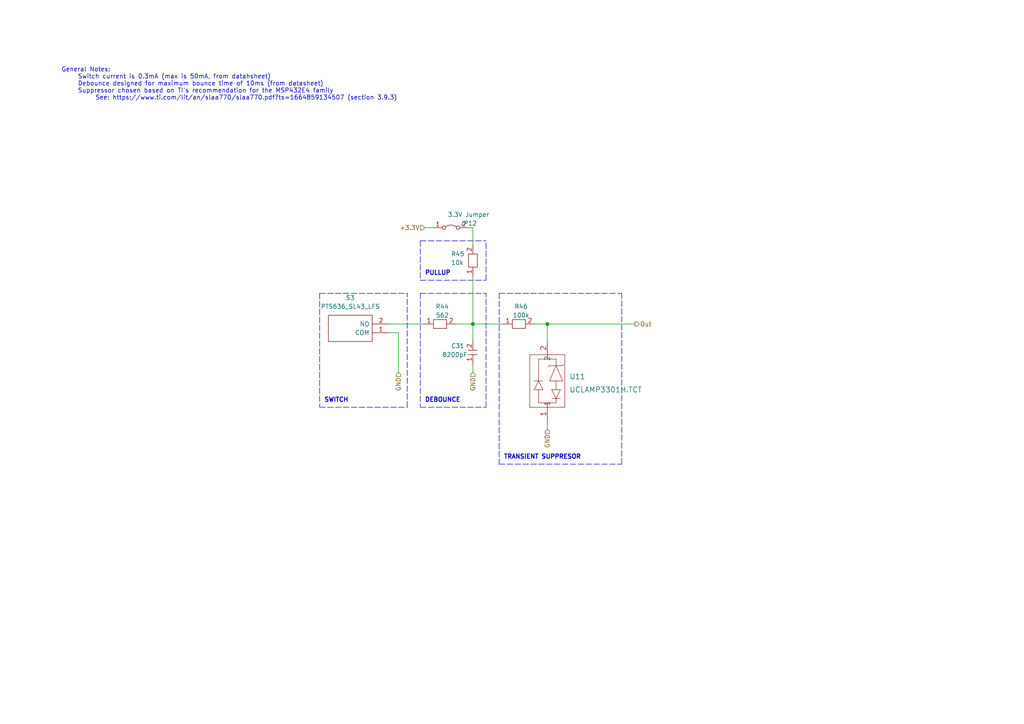
<source format=kicad_sch>
(kicad_sch (version 20211123) (generator eeschema)

  (uuid 5fef5fb9-74b2-466f-a428-8fdaeb99864e)

  (paper "A4")

  (title_block
    (title "Button_Subsystem")
    (rev "1")
    (company "The Great Gambit")
  )

  (lib_symbols
    (symbol "C1210C822K2RACAUTO:C1210C822K2RACAUTO" (pin_names (offset 0.762)) (in_bom yes) (on_board yes)
      (property "Reference" "C" (id 0) (at 8.89 6.35 0)
        (effects (font (size 1.27 1.27)) (justify left))
      )
      (property "Value" "C1210C822K2RACAUTO" (id 1) (at 8.89 3.81 0)
        (effects (font (size 1.27 1.27)) (justify left))
      )
      (property "Footprint" "C1210C822K2RACAUTO:CAPC3225X88N" (id 2) (at 8.89 1.27 0)
        (effects (font (size 1.27 1.27)) (justify left) hide)
      )
      (property "Datasheet" "https://content.kemet.com/datasheets/KEM_C1023_X7R_AUTO_SMD.pdf" (id 3) (at 8.89 -1.27 0)
        (effects (font (size 1.27 1.27)) (justify left) hide)
      )
      (property "Manufacturer's Part Number" "C1210C822K2RACAUTO" (id 4) (at 8.89 -16.51 0)
        (effects (font (size 1.27 1.27)) (justify left) hide)
      )
      (property "Digikey Part Number" "399-C1210C822K2RACAUTOCT-ND" (id 5) (at 8.89 -3.81 0)
        (effects (font (size 1.27 1.27)) (justify left) hide)
      )
      (property "Mouser Part Number" "80-C1210C822K2RAUTO" (id 6) (at 8.89 -8.89 0)
        (effects (font (size 1.27 1.27)) (justify left) hide)
      )
      (property "Digikey link" "https://www.digikey.com/en/products/detail/kemet/C1210C822K2RACAUTO/16524786?s=N4IgTCBcDaIMIEYwIAxwBxjAaTAJQEE4CBVAFQHkACEAXQF8g" (id 7) (at 8.89 -11.43 0)
        (effects (font (size 1.27 1.27)) (justify left) hide)
      )
      (property "Mouser link" "https://www.mouser.com/ProductDetail/KEMET/C1210C822K2RACAUTO?qs=sGAEpiMZZMukHu%252BjC5l7YfRfrXj%2FJXIdfvr9FKYreLc%3D" (id 8) (at 8.89 -13.97 0)
        (effects (font (size 1.27 1.27)) (justify left) hide)
      )
      (property "ki_description" "SMD Auto X7R, Ceramic, 8200 pF, 10%, 200 VDC, 500 VDC, 125C, -55C, X7R, SMD, MLCC, Temperature Stable, Automotive Grade, 2.5 % , 100 GOhms, 40 mg, 1210, 3.2mm, 2.5mm, 0.78mm, 0.5mm, 4000, 78  Weeks, 80" (id 9) (at 0 0 0)
        (effects (font (size 1.27 1.27)) hide)
      )
      (symbol "C1210C822K2RACAUTO_0_0"
        (pin passive line (at 0 0 0) (length 2.45)
          (name "~" (effects (font (size 1.27 1.27))))
          (number "1" (effects (font (size 1.27 1.27))))
        )
        (pin passive line (at 6.35 0 180) (length 2.45)
          (name "~" (effects (font (size 1.27 1.27))))
          (number "2" (effects (font (size 1.27 1.27))))
        )
      )
      (symbol "C1210C822K2RACAUTO_0_1"
        (polyline
          (pts
            (xy 2.54 1.27)
            (xy 2.54 -1.27)
          )
          (stroke (width 0.1524) (type default) (color 0 0 0 0))
          (fill (type none))
        )
        (polyline
          (pts
            (xy 3.81 1.27)
            (xy 3.81 -1.27)
          )
          (stroke (width 0.1524) (type default) (color 0 0 0 0))
          (fill (type none))
        )
      )
    )
    (symbol "CR0402-FX-5620GLF:CR0402-FX-5620GLF" (pin_names (offset 0.762)) (in_bom yes) (on_board yes)
      (property "Reference" "R" (id 0) (at 13.97 6.35 0)
        (effects (font (size 1.27 1.27)) (justify left))
      )
      (property "Value" "CR0402-FX-5620GLF" (id 1) (at 13.97 3.81 0)
        (effects (font (size 1.27 1.27)) (justify left))
      )
      (property "Footprint" "CR0402-FX-5620GLF:RESC1005X40N" (id 2) (at 13.97 1.27 0)
        (effects (font (size 1.27 1.27)) (justify left) hide)
      )
      (property "Datasheet" "https://componentsearchengine.com/Datasheets/1/CR0402-FX-5620GLF.pdf" (id 3) (at 13.97 -1.27 0)
        (effects (font (size 1.27 1.27)) (justify left) hide)
      )
      (property "Manufacturer's Part Number" "CR0402-FX-5620GLF" (id 4) (at 13.97 -16.51 0)
        (effects (font (size 1.27 1.27)) (justify left) hide)
      )
      (property "Digikey Part Number" "118-CR0402-FX-5620GLFCT-ND" (id 5) (at 13.97 -3.81 0)
        (effects (font (size 1.27 1.27)) (justify left) hide)
      )
      (property "Mouser Part Number" "652-CR0402FX-5620GLF" (id 6) (at 13.97 -8.89 0)
        (effects (font (size 1.27 1.27)) (justify left) hide)
      )
      (property "Digikey link" "https://www.digikey.com/en/products/detail/bourns-inc/CR0402-FX-5620GLF/3783429?s=N4IgTCBcDaIAQGEBKAGALCsBaAYgDSwFYA2MFAcQBkcQBdAXyA" (id 7) (at 13.97 -11.43 0)
        (effects (font (size 1.27 1.27)) (justify left) hide)
      )
      (property "Mouse link" "https://www.mouser.com/ProductDetail/Bourns/CR0402-FX-5620GLF?qs=sGAEpiMZZMtlubZbdhIBIDfFWzqdPB9%252B4rUQL12%252Bb9s%3D" (id 8) (at 13.97 -13.97 0)
        (effects (font (size 1.27 1.27)) (justify left) hide)
      )
      (property "ki_description" "Thick Film Resistors - SMD 562 OHM 1%" (id 9) (at 0 0 0)
        (effects (font (size 1.27 1.27)) hide)
      )
      (symbol "CR0402-FX-5620GLF_0_0"
        (pin passive line (at 0 0 0) (length 2.45)
          (name "~" (effects (font (size 1.27 1.27))))
          (number "1" (effects (font (size 1.27 1.27))))
        )
        (pin passive line (at 8.89 0 180) (length 2.45)
          (name "~" (effects (font (size 1.27 1.27))))
          (number "2" (effects (font (size 1.27 1.27))))
        )
      )
      (symbol "CR0402-FX-5620GLF_0_1"
        (polyline
          (pts
            (xy 2.54 1.27)
            (xy 6.35 1.27)
            (xy 6.35 -1.27)
            (xy 2.54 -1.27)
            (xy 2.54 1.27)
          )
          (stroke (width 0.1524) (type default) (color 0 0 0 0))
          (fill (type none))
        )
      )
    )
    (symbol "Jumper:Jumper_2_Bridged" (pin_names (offset 0) hide) (in_bom yes) (on_board yes)
      (property "Reference" "JP" (id 0) (at 0 1.905 0)
        (effects (font (size 1.27 1.27)))
      )
      (property "Value" "Jumper_2_Bridged" (id 1) (at 0 -2.54 0)
        (effects (font (size 1.27 1.27)))
      )
      (property "Footprint" "" (id 2) (at 0 0 0)
        (effects (font (size 1.27 1.27)) hide)
      )
      (property "Datasheet" "~" (id 3) (at 0 0 0)
        (effects (font (size 1.27 1.27)) hide)
      )
      (property "ki_keywords" "Jumper SPST" (id 4) (at 0 0 0)
        (effects (font (size 1.27 1.27)) hide)
      )
      (property "ki_description" "Jumper, 2-pole, closed/bridged" (id 5) (at 0 0 0)
        (effects (font (size 1.27 1.27)) hide)
      )
      (property "ki_fp_filters" "Jumper* TestPoint*2Pads* TestPoint*Bridge*" (id 6) (at 0 0 0)
        (effects (font (size 1.27 1.27)) hide)
      )
      (symbol "Jumper_2_Bridged_0_0"
        (circle (center -2.032 0) (radius 0.508)
          (stroke (width 0) (type default) (color 0 0 0 0))
          (fill (type none))
        )
        (circle (center 2.032 0) (radius 0.508)
          (stroke (width 0) (type default) (color 0 0 0 0))
          (fill (type none))
        )
      )
      (symbol "Jumper_2_Bridged_0_1"
        (arc (start 1.524 0.254) (mid 0 0.762) (end -1.524 0.254)
          (stroke (width 0) (type default) (color 0 0 0 0))
          (fill (type none))
        )
      )
      (symbol "Jumper_2_Bridged_1_1"
        (pin passive line (at -5.08 0 0) (length 2.54)
          (name "A" (effects (font (size 1.27 1.27))))
          (number "1" (effects (font (size 1.27 1.27))))
        )
        (pin passive line (at 5.08 0 180) (length 2.54)
          (name "B" (effects (font (size 1.27 1.27))))
          (number "2" (effects (font (size 1.27 1.27))))
        )
      )
    )
    (symbol "PTS636_SL43_LFS:PTS636_SL43_LFS" (pin_names (offset 0.762)) (in_bom yes) (on_board yes)
      (property "Reference" "S" (id 0) (at 19.05 7.62 0)
        (effects (font (size 1.27 1.27)) (justify left))
      )
      (property "Value" "PTS636_SL43_LFS" (id 1) (at 19.05 5.08 0)
        (effects (font (size 1.27 1.27)) (justify left))
      )
      (property "Footprint" "PTS636_SL43_LFS:PTS636SL43LFS" (id 2) (at 19.05 2.54 0)
        (effects (font (size 1.27 1.27)) (justify left) hide)
      )
      (property "Datasheet" "https://componentsearchengine.com/Datasheets/1/PTS636 SL43 LFS.pdf" (id 3) (at 19.05 0 0)
        (effects (font (size 1.27 1.27)) (justify left) hide)
      )
      (property "Manufacturer's Part Number" "PTS636 SL43 LFS" (id 4) (at 19.05 -15.24 0)
        (effects (font (size 1.27 1.27)) (justify left) hide)
      )
      (property "Digikey Part Number" "CKN12301-ND" (id 5) (at 19.05 -2.54 0)
        (effects (font (size 1.27 1.27)) (justify left) hide)
      )
      (property "Mouser Part Number" "611-PTS636SL43LFS" (id 6) (at 19.05 -7.62 0)
        (effects (font (size 1.27 1.27)) (justify left) hide)
      )
      (property "Digikey link" "https://www.digikey.com/en/products/detail/c-k/PTS636-SL43-LFS/10071714" (id 7) (at 19.05 -5.08 0)
        (effects (font (size 1.27 1.27)) (justify left) hide)
      )
      (property "Mouser link " "https://www.mouser.com/ProductDetail/CK/PTS636-SL43-LFS?qs=vLWxofP3U2xHB0Q2opWSaw%3D%3D" (id 8) (at 19.05 -10.16 0)
        (effects (font (size 1.27 1.27)) (justify left) hide)
      )
      (property "ki_description" "Tactile Switches Tact 50mA 12VDC, 6.0x3.5, 4.3mm H, 130gf, THT leads, Black Actuator" (id 9) (at 0 0 0)
        (effects (font (size 1.27 1.27)) hide)
      )
      (symbol "PTS636_SL43_LFS_0_0"
        (pin passive line (at 0 0 0) (length 5.08)
          (name "COM" (effects (font (size 1.27 1.27))))
          (number "1" (effects (font (size 1.27 1.27))))
        )
        (pin passive line (at 0 -2.54 0) (length 5.08)
          (name "NO" (effects (font (size 1.27 1.27))))
          (number "2" (effects (font (size 1.27 1.27))))
        )
      )
      (symbol "PTS636_SL43_LFS_0_1"
        (polyline
          (pts
            (xy 5.08 2.54)
            (xy 17.78 2.54)
            (xy 17.78 -5.08)
            (xy 5.08 -5.08)
            (xy 5.08 2.54)
          )
          (stroke (width 0.1524) (type default) (color 0 0 0 0))
          (fill (type none))
        )
      )
    )
    (symbol "RCV2512100KFKEGAT:RCV2512100KFKEGAT" (pin_names (offset 0.762)) (in_bom yes) (on_board yes)
      (property "Reference" "R" (id 0) (at 13.97 6.35 0)
        (effects (font (size 1.27 1.27)) (justify left))
      )
      (property "Value" "RCV2512100KFKEGAT" (id 1) (at 13.97 3.81 0)
        (effects (font (size 1.27 1.27)) (justify left))
      )
      (property "Footprint" "RCV2512100KFKEGAT:RESC6332X70N" (id 2) (at 13.97 1.27 0)
        (effects (font (size 1.27 1.27)) (justify left) hide)
      )
      (property "Datasheet" "https://www.vishay.com/docs/20082/rcvat-e3.pdf" (id 3) (at 13.97 -1.27 0)
        (effects (font (size 1.27 1.27)) (justify left) hide)
      )
      (property "Manufacturer's Part Number" "RCV2512100KFKEGAT" (id 4) (at 13.97 -16.51 0)
        (effects (font (size 1.27 1.27)) (justify left) hide)
      )
      (property "Digikey Part Number" "541-RCV2512100KFKEGATCT-ND" (id 5) (at 13.97 -3.81 0)
        (effects (font (size 1.27 1.27)) (justify left) hide)
      )
      (property "Mouser Part Number" "71-RCV2512100KFKEGAT" (id 6) (at 13.97 -8.89 0)
        (effects (font (size 1.27 1.27)) (justify left) hide)
      )
      (property "Digikey link" "https://www.digikey.com/en/products/detail/vishay-dale/RCV2512100KFKEGAT/13985179?s=N4IgTCBcDaIEoGEBqYCsBGM6AM2DSAYngKIDiAggCoAEIAugL5A" (id 7) (at 13.97 -13.97 0)
        (effects (font (size 1.27 1.27)) (justify left) hide)
      )
      (property "Mouser link" "https://www.mouser.com/ProductDetail/Vishay-Draloric/RCV2512100KFKEGAT?qs=sGAEpiMZZMtlubZbdhIBIOK8YY79HZuiqCZ6uF64pjM%3D" (id 8) (at 13.97 -11.43 0)
        (effects (font (size 1.27 1.27)) (justify left) hide)
      )
      (property "ki_description" "100 kOhms +/-1% 1W Chip Resistor 2512 (6432 Metric) Automotive AEC-Q200, High Voltage Thick Film" (id 9) (at 0 0 0)
        (effects (font (size 1.27 1.27)) hide)
      )
      (symbol "RCV2512100KFKEGAT_0_0"
        (pin passive line (at 0 0 0) (length 2.45)
          (name "~" (effects (font (size 1.27 1.27))))
          (number "1" (effects (font (size 1.27 1.27))))
        )
        (pin passive line (at 8.89 0 180) (length 2.45)
          (name "~" (effects (font (size 1.27 1.27))))
          (number "2" (effects (font (size 1.27 1.27))))
        )
      )
      (symbol "RCV2512100KFKEGAT_0_1"
        (polyline
          (pts
            (xy 2.54 1.27)
            (xy 6.35 1.27)
            (xy 6.35 -1.27)
            (xy 2.54 -1.27)
            (xy 2.54 1.27)
          )
          (stroke (width 0.1524) (type default) (color 0 0 0 0))
          (fill (type none))
        )
      )
    )
    (symbol "RMCF1206FT10K0:10k" (pin_names (offset 0.762)) (in_bom yes) (on_board yes)
      (property "Reference" "R" (id 0) (at 13.97 6.35 0)
        (effects (font (size 1.27 1.27)) (justify left))
      )
      (property "Value" "10k" (id 1) (at 13.97 3.81 0)
        (effects (font (size 1.27 1.27)) (justify left))
      )
      (property "Footprint" "RMCF1206FT10K0:RMCF1206FT10K0" (id 2) (at 13.97 1.27 0)
        (effects (font (size 1.27 1.27)) (justify left) hide)
      )
      (property "Datasheet" "https://www.seielect.com/catalog/sei-rmcf_rmcp.pdf" (id 3) (at 13.97 -1.27 0)
        (effects (font (size 1.27 1.27)) (justify left) hide)
      )
      (property "Manufacturer's Part Number" "RMCF1206FT10K0" (id 4) (at 13.97 -3.81 0)
        (effects (font (size 1.27 1.27)) (justify left) hide)
      )
      (property "Digikey Part Number" "RMCF1206FT10K0CT-ND" (id 5) (at 13.97 -6.35 0)
        (effects (font (size 1.27 1.27)) (justify left) hide)
      )
      (property "Mouser Part Number" "" (id 6) (at 13.97 -8.89 0)
        (effects (font (size 1.27 1.27)) (justify left) hide)
      )
      (property "Digikey link" "https://www.digikey.com/en/products/detail/stackpole-electronics-inc/RMCF1206FT10K0/1759669" (id 7) (at 13.97 -11.43 0)
        (effects (font (size 1.27 1.27)) (justify left) hide)
      )
      (property "Mouser link" "" (id 8) (at 13.97 -13.97 0)
        (effects (font (size 1.27 1.27)) (justify left) hide)
      )
      (property "ki_description" "Thick Film Resistors - SMD 0.35W 10Kohm .5% AEC-Q200" (id 9) (at 0 0 0)
        (effects (font (size 1.27 1.27)) hide)
      )
      (symbol "10k_0_0"
        (pin passive line (at 0 0 0) (length 2.45)
          (name "~" (effects (font (size 1.27 1.27))))
          (number "1" (effects (font (size 1.27 1.27))))
        )
        (pin passive line (at 8.89 0 180) (length 2.45)
          (name "~" (effects (font (size 1.27 1.27))))
          (number "2" (effects (font (size 1.27 1.27))))
        )
      )
      (symbol "10k_0_1"
        (polyline
          (pts
            (xy 2.54 1.27)
            (xy 6.35 1.27)
            (xy 6.35 -1.27)
            (xy 2.54 -1.27)
            (xy 2.54 1.27)
          )
          (stroke (width 0.1524) (type default) (color 0 0 0 0))
          (fill (type none))
        )
      )
    )
    (symbol "UCLAMP3301H-TCT:UCLAMP3301H.TCT" (pin_names (offset 0.254)) (in_bom yes) (on_board yes)
      (property "Reference" "U" (id 0) (at 20.32 10.16 0)
        (effects (font (size 1.524 1.524)))
      )
      (property "Value" "UCLAMP3301H.TCT" (id 1) (at 20.32 7.62 0)
        (effects (font (size 1.524 1.524)))
      )
      (property "Footprint" "UCLAMP3310H-TCT:UCLAMP3301H.TCT" (id 2) (at 22.86 15.24 0)
        (effects (font (size 1.524 1.524)) hide)
      )
      (property "Datasheet" "https://semtech.my.salesforce.com/sfc/p/#E0000000JelG/a/44000000MDWf/s0KJxyOHQyYOcvBXVBK9X3X8Cxj1gNltZ2vd2k1S0Wo" (id 3) (at 1.27 -8.89 0)
        (effects (font (size 1.524 1.524)) hide)
      )
      (property "Manufacturers Part Number" "UCLAMP3301H.TCT" (id 4) (at 3.81 13.97 0)
        (effects (font (size 1.27 1.27)) hide)
      )
      (property "Digikey Part Number" "UCLAMP3301HDKR-ND" (id 5) (at 2.54 11.43 0)
        (effects (font (size 1.27 1.27)) hide)
      )
      (property "Mouser Part Number" "" (id 6) (at 0 0 0)
        (effects (font (size 1.27 1.27)) hide)
      )
      (property "Digikey Link" "https://www.digikey.com/en/products/detail/semtech-corporation/UCLAMP3301H-TCT/1000952" (id 7) (at 1.27 -8.89 0)
        (effects (font (size 1.27 1.27)) hide)
      )
      (property "Mouser Link" "" (id 8) (at 0 0 0)
        (effects (font (size 1.27 1.27)) hide)
      )
      (property "ki_fp_filters" "SOD_01H.TCT_SEM SOD_01H.TCT_SEM-M SOD_01H.TCT_SEM-L" (id 9) (at 0 0 0)
        (effects (font (size 1.27 1.27)) hide)
      )
      (symbol "UCLAMP3301H.TCT_0_1"
        (polyline
          (pts
            (xy 12.7 0)
            (xy 13.97 0)
          )
          (stroke (width 0) (type default) (color 0 0 0 0))
          (fill (type none))
        )
        (polyline
          (pts
            (xy 13.97 -2.54)
            (xy 15.24 -2.54)
          )
          (stroke (width 0) (type default) (color 0 0 0 0))
          (fill (type none))
        )
        (polyline
          (pts
            (xy 27.94 0)
            (xy 26.67 0)
          )
          (stroke (width 0) (type default) (color 0 0 0 0))
          (fill (type none))
        )
      )
      (symbol "UCLAMP3301H.TCT_1_1"
        (polyline
          (pts
            (xy 12.7 -5.08)
            (xy 27.94 -5.08)
          )
          (stroke (width 0.127) (type default) (color 0 0 0 0))
          (fill (type none))
        )
        (polyline
          (pts
            (xy 12.7 5.08)
            (xy 12.7 -5.08)
          )
          (stroke (width 0.127) (type default) (color 0 0 0 0))
          (fill (type none))
        )
        (polyline
          (pts
            (xy 13.97 0)
            (xy 13.97 -2.54)
          )
          (stroke (width 0.127) (type default) (color 0 0 0 0))
          (fill (type none))
        )
        (polyline
          (pts
            (xy 13.97 0)
            (xy 13.97 2.54)
          )
          (stroke (width 0.127) (type default) (color 0 0 0 0))
          (fill (type none))
        )
        (polyline
          (pts
            (xy 13.97 2.54)
            (xy 17.78 2.54)
          )
          (stroke (width 0.127) (type default) (color 0 0 0 0))
          (fill (type none))
        )
        (polyline
          (pts
            (xy 15.24 -2.54)
            (xy 15.24 -3.81)
          )
          (stroke (width 0.127) (type default) (color 0 0 0 0))
          (fill (type none))
        )
        (polyline
          (pts
            (xy 15.24 -2.54)
            (xy 15.24 -1.27)
          )
          (stroke (width 0.127) (type default) (color 0 0 0 0))
          (fill (type none))
        )
        (polyline
          (pts
            (xy 15.24 -2.54)
            (xy 17.78 -1.27)
          )
          (stroke (width 0.127) (type default) (color 0 0 0 0))
          (fill (type none))
        )
        (polyline
          (pts
            (xy 17.78 -3.81)
            (xy 15.24 -2.54)
          )
          (stroke (width 0.127) (type default) (color 0 0 0 0))
          (fill (type none))
        )
        (polyline
          (pts
            (xy 17.78 -2.54)
            (xy 20.32 -2.54)
          )
          (stroke (width 0.127) (type default) (color 0 0 0 0))
          (fill (type none))
        )
        (polyline
          (pts
            (xy 17.78 -1.27)
            (xy 17.78 -3.81)
          )
          (stroke (width 0.127) (type default) (color 0 0 0 0))
          (fill (type none))
        )
        (polyline
          (pts
            (xy 17.78 1.27)
            (xy 20.32 2.54)
          )
          (stroke (width 0.127) (type default) (color 0 0 0 0))
          (fill (type none))
        )
        (polyline
          (pts
            (xy 17.78 2.54)
            (xy 17.78 1.27)
          )
          (stroke (width 0.127) (type default) (color 0 0 0 0))
          (fill (type none))
        )
        (polyline
          (pts
            (xy 17.78 2.54)
            (xy 17.78 3.81)
          )
          (stroke (width 0.127) (type default) (color 0 0 0 0))
          (fill (type none))
        )
        (polyline
          (pts
            (xy 17.78 3.81)
            (xy 20.32 2.54)
          )
          (stroke (width 0.127) (type default) (color 0 0 0 0))
          (fill (type none))
        )
        (polyline
          (pts
            (xy 20.32 -4.445)
            (xy 24.765 -2.54)
          )
          (stroke (width 0.127) (type default) (color 0 0 0 0))
          (fill (type none))
        )
        (polyline
          (pts
            (xy 20.32 -2.54)
            (xy 20.32 -4.445)
          )
          (stroke (width 0.127) (type default) (color 0 0 0 0))
          (fill (type none))
        )
        (polyline
          (pts
            (xy 20.32 -2.54)
            (xy 20.32 -0.635)
          )
          (stroke (width 0.127) (type default) (color 0 0 0 0))
          (fill (type none))
        )
        (polyline
          (pts
            (xy 20.32 -0.635)
            (xy 24.765 -2.54)
          )
          (stroke (width 0.127) (type default) (color 0 0 0 0))
          (fill (type none))
        )
        (polyline
          (pts
            (xy 20.32 2.54)
            (xy 20.32 1.27)
          )
          (stroke (width 0.127) (type default) (color 0 0 0 0))
          (fill (type none))
        )
        (polyline
          (pts
            (xy 20.32 2.54)
            (xy 20.32 3.81)
          )
          (stroke (width 0.127) (type default) (color 0 0 0 0))
          (fill (type none))
        )
        (polyline
          (pts
            (xy 20.32 2.54)
            (xy 22.86 2.54)
          )
          (stroke (width 0.127) (type default) (color 0 0 0 0))
          (fill (type none))
        )
        (polyline
          (pts
            (xy 24.765 -4.445)
            (xy 24.765 -0.635)
          )
          (stroke (width 0.127) (type default) (color 0 0 0 0))
          (fill (type none))
        )
        (polyline
          (pts
            (xy 24.765 -4.445)
            (xy 25.146 -4.826)
          )
          (stroke (width 0.127) (type default) (color 0 0 0 0))
          (fill (type none))
        )
        (polyline
          (pts
            (xy 24.765 -2.54)
            (xy 26.67 -2.54)
          )
          (stroke (width 0.127) (type default) (color 0 0 0 0))
          (fill (type none))
        )
        (polyline
          (pts
            (xy 24.765 -0.635)
            (xy 24.384 -0.254)
          )
          (stroke (width 0.127) (type default) (color 0 0 0 0))
          (fill (type none))
        )
        (polyline
          (pts
            (xy 26.67 0)
            (xy 26.67 -2.54)
          )
          (stroke (width 0.127) (type default) (color 0 0 0 0))
          (fill (type none))
        )
        (polyline
          (pts
            (xy 26.67 0)
            (xy 26.67 2.54)
          )
          (stroke (width 0.127) (type default) (color 0 0 0 0))
          (fill (type none))
        )
        (polyline
          (pts
            (xy 26.67 2.54)
            (xy 22.86 2.54)
          )
          (stroke (width 0.127) (type default) (color 0 0 0 0))
          (fill (type none))
        )
        (polyline
          (pts
            (xy 27.94 -5.08)
            (xy 27.94 5.08)
          )
          (stroke (width 0.127) (type default) (color 0 0 0 0))
          (fill (type none))
        )
        (polyline
          (pts
            (xy 27.94 5.08)
            (xy 12.7 5.08)
          )
          (stroke (width 0.127) (type default) (color 0 0 0 0))
          (fill (type none))
        )
        (pin passive line (at 8.89 0 0) (length 3.8)
          (name "1" (effects (font (size 1.4986 1.4986))))
          (number "1" (effects (font (size 1.4986 1.4986))))
        )
        (pin passive line (at 31.75 0 180) (length 3.8)
          (name "2" (effects (font (size 1.4986 1.4986))))
          (number "2" (effects (font (size 1.4986 1.4986))))
        )
      )
    )
  )

  (junction (at 158.75 93.98) (diameter 0) (color 0 0 0 0)
    (uuid 1c621110-ef45-46d3-8a68-02c5f33d6ec6)
  )
  (junction (at 137.16 93.98) (diameter 0) (color 0 0 0 0)
    (uuid 3786badf-b4c8-4369-bd5c-2ba2a16e2406)
  )

  (polyline (pts (xy 118.11 118.11) (xy 118.11 85.09))
    (stroke (width 0) (type default) (color 0 0 0 0))
    (uuid 02c687f9-27eb-48b2-8f55-2ff94094781e)
  )
  (polyline (pts (xy 140.97 118.11) (xy 140.97 85.09))
    (stroke (width 0) (type default) (color 0 0 0 0))
    (uuid 0c8c69a8-be16-4763-aef6-43416d3f5a94)
  )
  (polyline (pts (xy 121.92 85.09) (xy 121.92 118.11))
    (stroke (width 0) (type default) (color 0 0 0 0))
    (uuid 1263ec14-0e1d-4f54-ab45-4f695b3db5d5)
  )
  (polyline (pts (xy 121.92 81.28) (xy 140.97 81.28))
    (stroke (width 0) (type default) (color 0 0 0 0))
    (uuid 1a5f5ed5-63dd-4bae-add9-8b9210fd47da)
  )
  (polyline (pts (xy 180.34 134.62) (xy 180.34 85.09))
    (stroke (width 0) (type default) (color 0 0 0 0))
    (uuid 1b635859-c1da-4304-96a2-3daa6217cf70)
  )
  (polyline (pts (xy 92.71 85.09) (xy 118.11 85.09))
    (stroke (width 0) (type default) (color 0 0 0 0))
    (uuid 2d20bb5a-3682-4368-85f0-c50c95dc1995)
  )

  (wire (pts (xy 158.75 93.98) (xy 184.15 93.98))
    (stroke (width 0) (type default) (color 0 0 0 0))
    (uuid 304e3ed6-037b-4b4c-bd1b-0ab12ff651b3)
  )
  (wire (pts (xy 113.03 96.52) (xy 115.57 96.52))
    (stroke (width 0) (type default) (color 0 0 0 0))
    (uuid 3c2c2456-92de-41b4-8eac-f762f5e92283)
  )
  (wire (pts (xy 158.75 93.98) (xy 158.75 99.06))
    (stroke (width 0) (type default) (color 0 0 0 0))
    (uuid 3da894e5-c606-4c60-9450-6c8cef09a64d)
  )
  (polyline (pts (xy 121.92 69.85) (xy 140.97 69.85))
    (stroke (width 0) (type default) (color 0 0 0 0))
    (uuid 4dc7a204-e6c4-4f63-ae72-cc9fda462316)
  )

  (wire (pts (xy 137.16 93.98) (xy 137.16 99.06))
    (stroke (width 0) (type default) (color 0 0 0 0))
    (uuid 5e4683c0-5a05-459a-9455-279870e3b025)
  )
  (polyline (pts (xy 144.78 134.62) (xy 180.34 134.62))
    (stroke (width 0) (type default) (color 0 0 0 0))
    (uuid 6049f407-03b8-4f92-b7b1-8e1ba8b5b7a6)
  )
  (polyline (pts (xy 92.71 85.09) (xy 92.71 118.11))
    (stroke (width 0) (type default) (color 0 0 0 0))
    (uuid 6334488e-2f8d-48bf-a1e6-79d685fa30ca)
  )

  (wire (pts (xy 132.08 93.98) (xy 137.16 93.98))
    (stroke (width 0) (type default) (color 0 0 0 0))
    (uuid 6f70e471-ae29-4a13-8a79-57f1d1d64bbd)
  )
  (wire (pts (xy 137.16 66.04) (xy 137.16 71.12))
    (stroke (width 0) (type default) (color 0 0 0 0))
    (uuid 704a3688-12d0-4d86-91f5-661ce9b5ab3f)
  )
  (wire (pts (xy 137.16 93.98) (xy 146.05 93.98))
    (stroke (width 0) (type default) (color 0 0 0 0))
    (uuid 71828d20-acc0-43bc-8fdf-fb79383e34d3)
  )
  (polyline (pts (xy 140.97 81.28) (xy 140.97 69.85))
    (stroke (width 0) (type default) (color 0 0 0 0))
    (uuid 7978df7c-a2ed-4793-b97d-16e1ebb95be3)
  )

  (wire (pts (xy 115.57 96.52) (xy 115.57 107.95))
    (stroke (width 0) (type default) (color 0 0 0 0))
    (uuid 837bd7bc-face-4ccf-8fd2-5ee21c04a61a)
  )
  (polyline (pts (xy 121.92 85.09) (xy 140.97 85.09))
    (stroke (width 0) (type default) (color 0 0 0 0))
    (uuid 92f133cd-0535-4236-a906-7bb0e7769858)
  )
  (polyline (pts (xy 121.92 118.11) (xy 140.97 118.11))
    (stroke (width 0) (type default) (color 0 0 0 0))
    (uuid 99a5e6f5-6713-413e-9ca6-7afa9de9c6ca)
  )

  (wire (pts (xy 113.03 93.98) (xy 123.19 93.98))
    (stroke (width 0) (type default) (color 0 0 0 0))
    (uuid a02cb6fb-7100-4549-b25f-83b26471b8cc)
  )
  (wire (pts (xy 137.16 105.41) (xy 137.16 107.95))
    (stroke (width 0) (type default) (color 0 0 0 0))
    (uuid b350551b-1d46-4ddf-a6ab-fec659bbfa91)
  )
  (wire (pts (xy 158.75 121.92) (xy 158.75 124.46))
    (stroke (width 0) (type default) (color 0 0 0 0))
    (uuid b5c411fd-7da0-4449-831f-60770aed78a8)
  )
  (polyline (pts (xy 92.71 118.11) (xy 118.11 118.11))
    (stroke (width 0) (type default) (color 0 0 0 0))
    (uuid c953cd45-81b5-4fc1-b68a-c3faad545113)
  )
  (polyline (pts (xy 121.92 69.85) (xy 121.92 81.28))
    (stroke (width 0) (type default) (color 0 0 0 0))
    (uuid dda84be7-44ac-4797-b53f-3c0d87613264)
  )

  (wire (pts (xy 137.16 80.01) (xy 137.16 93.98))
    (stroke (width 0) (type default) (color 0 0 0 0))
    (uuid de275c87-afad-40fd-8e6e-55b162fe2f26)
  )
  (wire (pts (xy 123.19 66.04) (xy 125.73 66.04))
    (stroke (width 0) (type default) (color 0 0 0 0))
    (uuid e177ed2f-7884-4a63-93e8-5d4badeca416)
  )
  (polyline (pts (xy 144.78 85.09) (xy 180.34 85.09))
    (stroke (width 0) (type default) (color 0 0 0 0))
    (uuid f1ca756f-a190-4240-a792-138862b3d7ad)
  )

  (wire (pts (xy 135.89 66.04) (xy 137.16 66.04))
    (stroke (width 0) (type default) (color 0 0 0 0))
    (uuid f3cf3d39-765d-4b54-8346-5a93797781ea)
  )
  (polyline (pts (xy 144.78 85.09) (xy 144.78 134.62))
    (stroke (width 0) (type default) (color 0 0 0 0))
    (uuid fb158b20-42d9-4334-af72-e0a239949d25)
  )

  (wire (pts (xy 154.94 93.98) (xy 158.75 93.98))
    (stroke (width 0) (type default) (color 0 0 0 0))
    (uuid fbfa6e1d-b974-433e-8ad4-84fd30f5b69f)
  )

  (text "TRANSIENT SUPPRESOR" (at 146.05 133.35 0)
    (effects (font (size 1.27 1.27) bold) (justify left bottom))
    (uuid a4ea357a-cbba-4389-8339-e98dbb61cb20)
  )
  (text "DEBOUNCE" (at 123.19 116.84 0)
    (effects (font (size 1.27 1.27) bold) (justify left bottom))
    (uuid bc495dbc-e746-485e-84d0-0ab1df71ab4c)
  )
  (text "General Notes:\n	Switch current is 0.3mA (max is 50mA, from datahsheet)\n	Debounce designed for maximum bounce time of 10ms (from datasheet)\n	Suppressor chosen based on TI's recommendation for the MSP432E4 family \n		See: https://www.ti.com/lit/an/slaa770/slaa770.pdf?ts=1664859134507 (section 3.9.3)"
    (at 17.78 29.21 0)
    (effects (font (size 1.27 1.27)) (justify left bottom))
    (uuid c507ea32-cdf5-4f73-94b6-568456a601e6)
  )
  (text "SWITCH" (at 93.98 116.84 0)
    (effects (font (size 1.27 1.27) (thickness 0.254) bold) (justify left bottom))
    (uuid c6e3c87c-9743-4e1b-a949-6a488f54b2f2)
  )
  (text "PULLUP" (at 123.19 80.01 0)
    (effects (font (size 1.27 1.27) bold) (justify left bottom))
    (uuid d380509c-e64b-4eb5-9eef-6e3d5a0c1c3e)
  )

  (hierarchical_label "GND" (shape input) (at 137.16 107.95 270)
    (effects (font (size 1.27 1.27)) (justify right))
    (uuid 480bb221-52f5-4059-8a63-db2299d12b57)
  )
  (hierarchical_label "GND" (shape input) (at 115.57 107.95 270)
    (effects (font (size 1.27 1.27)) (justify right))
    (uuid 4dee9f05-f972-4e97-8fc2-a9c58f75f104)
  )
  (hierarchical_label "GND" (shape input) (at 158.75 124.46 270)
    (effects (font (size 1.27 1.27)) (justify right))
    (uuid 8760c6dc-c32c-4a74-9795-47aaf925efa3)
  )
  (hierarchical_label "Out" (shape output) (at 184.15 93.98 0)
    (effects (font (size 1.27 1.27)) (justify left))
    (uuid d2bbf7db-686d-4daa-96fc-31713929d190)
  )
  (hierarchical_label "+3.3V" (shape input) (at 123.19 66.04 180)
    (effects (font (size 1.27 1.27)) (justify right))
    (uuid f90ebadc-7239-4157-bc24-53e22dbb7c54)
  )

  (symbol (lib_id "RMCF1206FT10K0:10k") (at 137.16 80.01 90) (unit 1)
    (in_bom yes) (on_board yes)
    (uuid 07cf1742-a18d-4644-9513-4e24a856a697)
    (property "Reference" "R45" (id 0) (at 130.81 73.66 90)
      (effects (font (size 1.27 1.27)) (justify right))
    )
    (property "Value" "10k" (id 1) (at 130.81 76.2 90)
      (effects (font (size 1.27 1.27)) (justify right))
    )
    (property "Footprint" "RMCF1206FT10K0:RMCF1206FT10K0" (id 2) (at 135.89 66.04 0)
      (effects (font (size 1.27 1.27)) (justify left) hide)
    )
    (property "Datasheet" "https://www.seielect.com/catalog/sei-rmcf_rmcp.pdf" (id 3) (at 138.43 66.04 0)
      (effects (font (size 1.27 1.27)) (justify left) hide)
    )
    (property "Manufacturer's Part Number" "RMCF1206FT10K0" (id 4) (at 140.97 66.04 0)
      (effects (font (size 1.27 1.27)) (justify left) hide)
    )
    (property "Digikey Part Number" "RMCF1206FT10K0CT-ND" (id 5) (at 143.51 66.04 0)
      (effects (font (size 1.27 1.27)) (justify left) hide)
    )
    (property "Mouser Part Number" "" (id 6) (at 146.05 66.04 0)
      (effects (font (size 1.27 1.27)) (justify left) hide)
    )
    (property "Digikey link" "https://www.digikey.com/en/products/detail/stackpole-electronics-inc/RMCF1206FT10K0/1759669" (id 7) (at 148.59 66.04 0)
      (effects (font (size 1.27 1.27)) (justify left) hide)
    )
    (property "Mouser link" "" (id 8) (at 151.13 66.04 0)
      (effects (font (size 1.27 1.27)) (justify left) hide)
    )
    (pin "1" (uuid 3d6dabd0-820e-4c62-9ec4-ae448bee325b))
    (pin "2" (uuid 7bf3a533-95cd-4383-b21a-684ecea0590e))
  )

  (symbol (lib_id "Jumper:Jumper_2_Bridged") (at 130.81 66.04 0) (unit 1)
    (in_bom yes) (on_board yes)
    (uuid 137345bd-81a9-4a2e-a3fc-2574301d2752)
    (property "Reference" "JP12" (id 0) (at 135.89 64.77 0))
    (property "Value" "3.3V Jumper" (id 1) (at 135.89 62.23 0))
    (property "Footprint" "TestPoint:TestPoint_2Pads_Pitch2.54mm_Drill0.8mm" (id 2) (at 130.81 66.04 0)
      (effects (font (size 1.27 1.27)) hide)
    )
    (property "Datasheet" "~" (id 3) (at 130.81 66.04 0)
      (effects (font (size 1.27 1.27)) hide)
    )
    (property "Manufacturers Part Number" "PH1-02-UA" (id 4) (at 130.81 66.04 0)
      (effects (font (size 1.27 1.27)) hide)
    )
    (property "Digikey Part Number" "2057-PH1-02-UA-ND" (id 5) (at 130.81 66.04 0)
      (effects (font (size 1.27 1.27)) hide)
    )
    (property "Mouser Part Number" "" (id 6) (at 130.81 66.04 0)
      (effects (font (size 1.27 1.27)) hide)
    )
    (property "Digikey Link" "https://www.digikey.com/en/products/detail/adam-tech/PH1-02-UA/9830266" (id 7) (at 130.81 66.04 0)
      (effects (font (size 1.27 1.27)) hide)
    )
    (property "Mouser Link" "" (id 8) (at 130.81 66.04 0)
      (effects (font (size 1.27 1.27)) hide)
    )
    (pin "1" (uuid 8f06905d-c385-4bad-a53a-fb5869a1bda5))
    (pin "2" (uuid 4a7c4b23-481a-4455-9247-027eb13df438))
  )

  (symbol (lib_id "CR0402-FX-5620GLF:CR0402-FX-5620GLF") (at 123.19 93.98 0) (unit 1)
    (in_bom yes) (on_board yes)
    (uuid 6b3ec6fb-fd9e-4433-aa55-116be4dc074c)
    (property "Reference" "R44" (id 0) (at 128.27 88.9 0))
    (property "Value" "562" (id 1) (at 128.27 91.44 0))
    (property "Footprint" "CR0402-FX-5620GLF:RESC1005X40N" (id 2) (at 137.16 92.71 0)
      (effects (font (size 1.27 1.27)) (justify left) hide)
    )
    (property "Datasheet" "https://componentsearchengine.com/Datasheets/1/CR0402-FX-5620GLF.pdf" (id 3) (at 137.16 95.25 0)
      (effects (font (size 1.27 1.27)) (justify left) hide)
    )
    (property "Manufacturer's Part Number" "CR0402-FX-5620GLF" (id 4) (at 137.16 110.49 0)
      (effects (font (size 1.27 1.27)) (justify left) hide)
    )
    (property "Digikey Part Number" "118-CR0402-FX-5620GLFCT-ND" (id 5) (at 137.16 97.79 0)
      (effects (font (size 1.27 1.27)) (justify left) hide)
    )
    (property "Mouser Part Number" "652-CR0402FX-5620GLF" (id 6) (at 137.16 102.87 0)
      (effects (font (size 1.27 1.27)) (justify left) hide)
    )
    (property "Digikey link" "https://www.digikey.com/en/products/detail/bourns-inc/CR0402-FX-5620GLF/3783429?s=N4IgTCBcDaIAQGEBKAGALCsBaAYgDSwFYA2MFAcQBkcQBdAXyA" (id 7) (at 137.16 105.41 0)
      (effects (font (size 1.27 1.27)) (justify left) hide)
    )
    (property "Mouse link" "https://www.mouser.com/ProductDetail/Bourns/CR0402-FX-5620GLF?qs=sGAEpiMZZMtlubZbdhIBIDfFWzqdPB9%252B4rUQL12%252Bb9s%3D" (id 8) (at 137.16 107.95 0)
      (effects (font (size 1.27 1.27)) (justify left) hide)
    )
    (pin "1" (uuid 4800c54d-94b3-4c72-b038-75bbcabce3ff))
    (pin "2" (uuid 46407207-b394-498e-9017-056984280540))
  )

  (symbol (lib_id "UCLAMP3301H-TCT:UCLAMP3301H.TCT") (at 158.75 130.81 90) (unit 1)
    (in_bom yes) (on_board yes) (fields_autoplaced)
    (uuid 7bcaadce-5135-4049-91dd-ee14e4fd4f78)
    (property "Reference" "U11" (id 0) (at 165.1 109.22 90)
      (effects (font (size 1.524 1.524)) (justify right))
    )
    (property "Value" "UCLAMP3301H.TCT" (id 1) (at 165.1 113.03 90)
      (effects (font (size 1.524 1.524)) (justify right))
    )
    (property "Footprint" "UCLAMP3310H-TCT:UCLAMP3301H.TCT" (id 2) (at 152.654 110.49 0)
      (effects (font (size 1.524 1.524)) hide)
    )
    (property "Datasheet" "https://semtech.my.salesforce.com/sfc/p/#E0000000JelG/a/44000000MDWf/s0KJxyOHQyYOcvBXVBK9X3X8Cxj1gNltZ2vd2k1S0Wo" (id 3) (at 158.75 130.81 0)
      (effects (font (size 1.524 1.524)) hide)
    )
    (property "Manufacturers Part Number" "UCLAMP3301H.TCT" (id 4) (at 158.75 130.81 0)
      (effects (font (size 1.27 1.27)) hide)
    )
    (property "Digikey Part Number" "UCLAMP3301HDKR-ND" (id 5) (at 158.75 130.81 0)
      (effects (font (size 1.27 1.27)) hide)
    )
    (property "Mouser Part Number" "" (id 6) (at 158.75 130.81 0)
      (effects (font (size 1.27 1.27)) hide)
    )
    (property "Digikey Link" "https://www.digikey.com/en/products/detail/semtech-corporation/UCLAMP3301H-TCT/1000952" (id 7) (at 158.75 130.81 0)
      (effects (font (size 1.27 1.27)) hide)
    )
    (property "Mouser Link" "" (id 8) (at 158.75 130.81 0)
      (effects (font (size 1.27 1.27)) hide)
    )
    (pin "1" (uuid 8f886fd2-5be6-49e1-ab0e-2b7022ccedb1))
    (pin "2" (uuid c2503010-82c1-47c3-9849-5863981da178))
  )

  (symbol (lib_id "RCV2512100KFKEGAT:RCV2512100KFKEGAT") (at 146.05 93.98 0) (unit 1)
    (in_bom yes) (on_board yes)
    (uuid 919d8e91-e341-498e-8f56-e6c8d548c608)
    (property "Reference" "R46" (id 0) (at 151.13 88.9 0))
    (property "Value" "100k" (id 1) (at 151.13 91.44 0))
    (property "Footprint" "RCV2512100KFKEGAT:RESC6332X70N" (id 2) (at 160.02 92.71 0)
      (effects (font (size 1.27 1.27)) (justify left) hide)
    )
    (property "Datasheet" "https://www.vishay.com/docs/20082/rcvat-e3.pdf" (id 3) (at 160.02 95.25 0)
      (effects (font (size 1.27 1.27)) (justify left) hide)
    )
    (property "Manufacturer's Part Number" "RCV2512100KFKEGAT" (id 4) (at 160.02 110.49 0)
      (effects (font (size 1.27 1.27)) (justify left) hide)
    )
    (property "Digikey Part Number" "541-RCV2512100KFKEGATCT-ND" (id 5) (at 160.02 97.79 0)
      (effects (font (size 1.27 1.27)) (justify left) hide)
    )
    (property "Mouser Part Number" "71-RCV2512100KFKEGAT" (id 6) (at 160.02 102.87 0)
      (effects (font (size 1.27 1.27)) (justify left) hide)
    )
    (property "Digikey link" "https://www.digikey.com/en/products/detail/vishay-dale/RCV2512100KFKEGAT/13985179?s=N4IgTCBcDaIEoGEBqYCsBGM6AM2DSAYngKIDiAggCoAEIAugL5A" (id 7) (at 160.02 107.95 0)
      (effects (font (size 1.27 1.27)) (justify left) hide)
    )
    (property "Mouser link" "https://www.mouser.com/ProductDetail/Vishay-Draloric/RCV2512100KFKEGAT?qs=sGAEpiMZZMtlubZbdhIBIOK8YY79HZuiqCZ6uF64pjM%3D" (id 8) (at 160.02 105.41 0)
      (effects (font (size 1.27 1.27)) (justify left) hide)
    )
    (pin "1" (uuid 18100c40-85ad-4ed8-8855-ade62e0c7e27))
    (pin "2" (uuid 8aa112e6-ba17-41c2-a407-27b3de409ed1))
  )

  (symbol (lib_id "PTS636_SL43_LFS:PTS636_SL43_LFS") (at 113.03 96.52 180) (unit 1)
    (in_bom yes) (on_board yes) (fields_autoplaced)
    (uuid d2e57dfb-9ae6-417c-8ffb-14370f178314)
    (property "Reference" "S3" (id 0) (at 101.6 86.36 0))
    (property "Value" "PTS636_SL43_LFS" (id 1) (at 101.6 88.9 0))
    (property "Footprint" "PTS636_SL43_LFS:PTS636SL43LFS" (id 2) (at 93.98 99.06 0)
      (effects (font (size 1.27 1.27)) (justify left) hide)
    )
    (property "Datasheet" "https://componentsearchengine.com/Datasheets/1/PTS636 SL43 LFS.pdf" (id 3) (at 93.98 96.52 0)
      (effects (font (size 1.27 1.27)) (justify left) hide)
    )
    (property "Manufacturer's Part Number" "PTS636 SL43 LFS" (id 4) (at 93.98 81.28 0)
      (effects (font (size 1.27 1.27)) (justify left) hide)
    )
    (property "Digikey Part Number" "CKN12301-ND" (id 5) (at 93.98 93.98 0)
      (effects (font (size 1.27 1.27)) (justify left) hide)
    )
    (property "Mouser Part Number" "611-PTS636SL43LFS" (id 6) (at 93.98 88.9 0)
      (effects (font (size 1.27 1.27)) (justify left) hide)
    )
    (property "Digikey link" "https://www.digikey.com/en/products/detail/c-k/PTS636-SL43-LFS/10071714" (id 7) (at 93.98 91.44 0)
      (effects (font (size 1.27 1.27)) (justify left) hide)
    )
    (property "Mouser link" "https://www.mouser.com/ProductDetail/CK/PTS636-SL43-LFS?qs=vLWxofP3U2xHB0Q2opWSaw%3D%3D" (id 8) (at 93.98 86.36 0)
      (effects (font (size 1.27 1.27)) (justify left) hide)
    )
    (property "Mouser link " "https://www.mouser.com/ProductDetail/CK/PTS636-SL43-LFS?qs=vLWxofP3U2xHB0Q2opWSaw%3D%3D" (id 9) (at 93.98 86.36 0)
      (effects (font (size 1.27 1.27)) (justify left) hide)
    )
    (pin "1" (uuid ef8299e6-8f4c-4f11-800b-0cecb6d02f34))
    (pin "2" (uuid eca886a2-f283-401c-8018-1a2ce0486af9))
  )

  (symbol (lib_id "C1210C822K2RACAUTO:C1210C822K2RACAUTO") (at 137.16 105.41 90) (unit 1)
    (in_bom yes) (on_board yes)
    (uuid dacea4e0-ab7c-47cb-9631-5df18e672960)
    (property "Reference" "C31" (id 0) (at 130.81 100.33 90)
      (effects (font (size 1.27 1.27)) (justify right))
    )
    (property "Value" "8200pF" (id 1) (at 128.27 102.87 90)
      (effects (font (size 1.27 1.27)) (justify right))
    )
    (property "Footprint" "C1210C822K2RACAUTO:CAPC3225X88N" (id 2) (at 135.89 96.52 0)
      (effects (font (size 1.27 1.27)) (justify left) hide)
    )
    (property "Datasheet" "https://content.kemet.com/datasheets/KEM_C1023_X7R_AUTO_SMD.pdf" (id 3) (at 138.43 96.52 0)
      (effects (font (size 1.27 1.27)) (justify left) hide)
    )
    (property "Manufacturer's Part Number" "C1210C822K2RACAUTO" (id 4) (at 153.67 96.52 0)
      (effects (font (size 1.27 1.27)) (justify left) hide)
    )
    (property "Digikey Part Number" "399-C1210C822K2RACAUTOCT-ND" (id 5) (at 140.97 96.52 0)
      (effects (font (size 1.27 1.27)) (justify left) hide)
    )
    (property "Mouser Part Number" "80-C1210C822K2RAUTO" (id 6) (at 146.05 96.52 0)
      (effects (font (size 1.27 1.27)) (justify left) hide)
    )
    (property "Digikey link" "https://www.digikey.com/en/products/detail/kemet/C1210C822K2RACAUTO/16524786?s=N4IgTCBcDaIMIEYwIAxwBxjAaTAJQEE4CBVAFQHkACEAXQF8g" (id 7) (at 148.59 96.52 0)
      (effects (font (size 1.27 1.27)) (justify left) hide)
    )
    (property "Mouser link" "https://www.mouser.com/ProductDetail/KEMET/C1210C822K2RACAUTO?qs=sGAEpiMZZMukHu%252BjC5l7YfRfrXj%2FJXIdfvr9FKYreLc%3D" (id 8) (at 151.13 96.52 0)
      (effects (font (size 1.27 1.27)) (justify left) hide)
    )
    (pin "1" (uuid f1f9a58b-bb31-4a37-93f3-fbb13a570d8d))
    (pin "2" (uuid c7395f59-b872-4d1f-b707-8effd236202f))
  )
)

</source>
